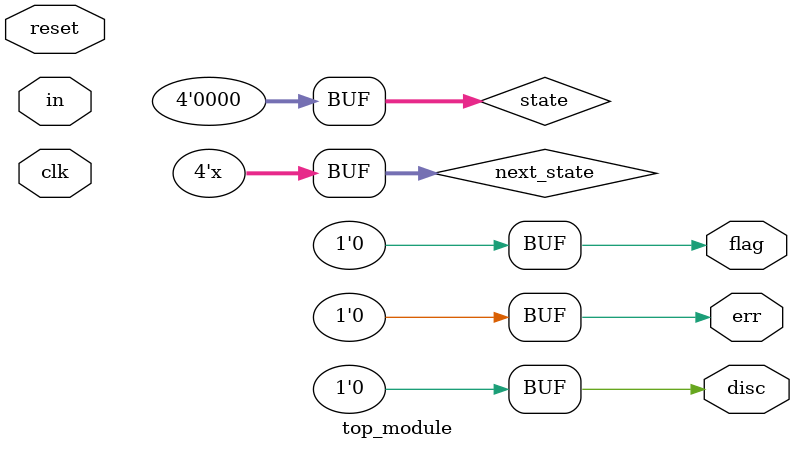
<source format=v>
module top_module(
    input clk,
    input reset,    // Synchronous reset
    input in,
    output disc,
    output flag,
    output err);
    parameter   IDLE  = 4'b0000,
                ONE   = 4'b0001,
                TWO   = 4'b0010,
                THREE = 4'b0011,
                FOUR  = 4'b0100,
                FIVE  = 4'b0101,
                SIX   = 4'b0110,
                DISC  = 4'b0111,
                FLAG  = 4'b1000,
                ERROR = 4'b1001;
    reg [3:0] state,next_state;
    
    always @(*)begin
        case(state)
            IDLE:next_state=in?ONE:IDLE;
            ONE:next_state=in?TWO:IDLE;
            TWO:next_state=in?THREE:IDLE;
            THREE:next_state=in?FOUR:IDLE;
            FOUR:next_state=in?FIVE:IDLE;
            FIVE:next_state=in?SIX:DISC;
            SIX:next_state=in?ERROR:FLAG;
            DISC:next_state=in?ONE:IDLE;
            FLAG:next_state=in?ONE:IDLE;
            ERROR:next_state=in?ERROR:IDLE;
            default:state=IDLE;
        endcase
    end
    
    always @(posedge clk) begin
        if(reset)   state<=IDLE;
        else        state=next_state;
    end
    
    assign disc=(state==DISC);
    assign flag=(state==FLAG);
    assign err=(state==ERROR);

endmodule
</source>
